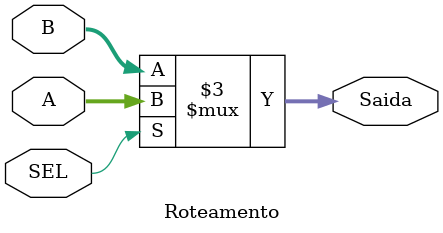
<source format=sv>
parameter N_BITS = 4;
module Roteamento(input logic [N_BITS-1:0] A, B,
                  input logic SEL,
                  output logic [N_BITS-1:0] Saida);
  
  always_comb begin
    if (SEL) Saida <= A; // Determina que a saída recebe valor de A caso SEL == 1
    else Saida <= B; // Determina que a saída recebe valor de B caso SEL == 0
  end
endmodule
</source>
